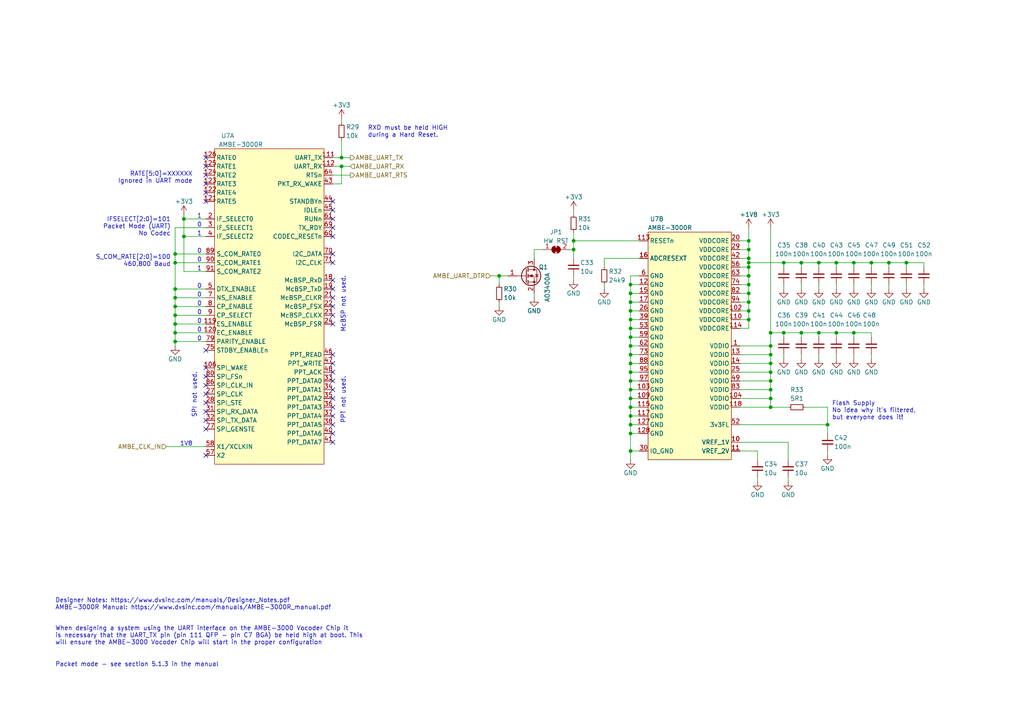
<source format=kicad_sch>
(kicad_sch (version 20231120) (generator "eeschema") (generator_version "8.0")
  (paper "A4")
  (title_block (title "Quad AMBE-3000R Board (AMBE-3000R Vocoder)") (date "2024-02-26") (rev "1.00") (company "M1GEO & G8OCV") (comment 1 "https://github.com/m1geo/Quad-AMBE3000") (comment 2 "https://www.george-smart.co.uk"))
  (lib_symbols
    (symbol "Device:C_Small" (pin_numbers hide) (pin_names (offset 0.254) hide)
      (property "Reference" "C" (at 0.254 1.778 0))
      (property "Value" "C_Small" (at 0.254 -2.032 0))
      (symbol "C_Small_1_1"
        (pin passive line (at 0 2.54 270) (length 2.032) (name "~") (number "1"))
        (pin passive line (at 0 -2.54 90) (length 2.032) (name "~") (number "2"))
      )
    )
    (symbol "Device:R_Small" (pin_numbers hide) (pin_names (offset 0.254) hide)
      (property "Reference" "R" (at 0.762 0.508 0))
      (property "Value" "R_Small" (at 0.762 -1.016 0))
      (symbol "R_Small_1_1"
        (pin passive line (at 0 2.54 270) (length 0.762) (name "~") (number "1"))
        (pin passive line (at 0 -2.54 90) (length 0.762) (name "~") (number "2"))
      )
    )
    (symbol "Jumper:SolderJumper_2_Bridged" (pin_names (offset 0) hide)
      (property "Reference" "JP" (at 0 2.032 0))
      (property "Value" "SolderJumper_2_Bridged" (at 0 -2.54 0))
      (symbol "SolderJumper_2_Bridged_1_1"
        (pin passive line (at -3.81 0 0) (length 2.54) (name "A") (number "1"))
        (pin passive line (at 3.81 0 180) (length 2.54) (name "B") (number "2"))
      )
    )
    (symbol "Transistor_FET:AO3400A" (pin_names hide)
      (property "Reference" "Q" (at 5.08 1.905 0))
      (property "Value" "AO3400A" (at 5.08 0 0))
      (symbol "AO3400A_1_1"
        (pin input line (at -5.08 0 0) (length 2.54) (name "G") (number "1"))
        (pin passive line (at 2.54 -5.08 90) (length 2.54) (name "S") (number "2"))
        (pin passive line (at 2.54 5.08 270) (length 2.54) (name "D") (number "3"))
      )
    )
    (symbol "ambe3k:AMBE-3000R"
      (property "Reference" "U" (at 0 -2.54 0))
      (property "Value" "AMBE-3000R" (at 0 -5.08 0))
      (symbol "AMBE-3000R_1_0"
        (pin passive line (at -35.55 -31.75 0) (length 2.54) hide (name "NC") (number "100"))
        (pin passive line (at -35.55 -31.75 0) (length 2.54) hide (name "NC") (number "100"))
        (pin bidirectional line (at -35.55 -69.85 0) (length 2.54) hide (name "IO_NC") (number "101"))
        (pin bidirectional line (at -35.55 -69.85 0) (length 2.54) hide (name "IO_NC") (number "101"))
        (pin passive line (at -35.55 -34.29 0) (length 2.54) hide (name "NC") (number "105"))
        (pin passive line (at -35.55 -34.29 0) (length 2.54) hide (name "NC") (number "105"))
        (pin input line (at -17.78 -63.5 0) (length 2.54) (name "SPI_WAKE") (number "106"))
        (pin input line (at -17.78 -63.5 0) (length 2.54) (name "SPI_WAKE") (number "106"))
        (pin bidirectional line (at -35.55 -72.39 0) (length 2.54) hide (name "IO_NC") (number "107"))
        (pin bidirectional line (at -35.55 -72.39 0) (length 2.54) hide (name "IO_NC") (number "107"))
        (pin bidirectional line (at -35.55 -74.93 0) (length 2.54) hide (name "IO_NC") (number "108"))
        (pin bidirectional line (at -35.55 -74.93 0) (length 2.54) hide (name "IO_NC") (number "108"))
        (pin output line (at 19.05 -2.54 180) (length 2.54) (name "UART_TX") (number "111"))
        (pin output line (at 19.05 -2.54 180) (length 2.54) (name "UART_TX") (number "111"))
        (pin input line (at 19.05 -5.08 180) (length 2.54) (name "UART_RX") (number "112"))
        (pin input line (at 19.05 -5.08 180) (length 2.54) (name "UART_RX") (number "112"))
        (pin passive line (at -35.55 -36.83 0) (length 2.54) hide (name "NC") (number "116"))
        (pin passive line (at -35.55 -36.83 0) (length 2.54) hide (name "NC") (number "116"))
        (pin input line (at -17.78 -50.8 0) (length 2.54) (name "ES_ENABLE") (number "119"))
        (pin input line (at -17.78 -50.8 0) (length 2.54) (name "ES_ENABLE") (number "119"))
        (pin input line (at -17.78 -53.34 0) (length 2.54) (name "EC_ENABLE") (number "120"))
        (pin input line (at -17.78 -53.34 0) (length 2.54) (name "EC_ENABLE") (number "120"))
        (pin input line (at -17.78 -15.24 0) (length 2.54) (name "RATE5") (number "121"))
        (pin input line (at -17.78 -15.24 0) (length 2.54) (name "RATE5") (number "121"))
        (pin input line (at -17.78 -12.7 0) (length 2.54) (name "RATE4") (number "122"))
        (pin input line (at -17.78 -12.7 0) (length 2.54) (name "RATE4") (number "122"))
        (pin input line (at -17.78 -10.16 0) (length 2.54) (name "RATE3") (number "123"))
        (pin input line (at -17.78 -10.16 0) (length 2.54) (name "RATE3") (number "123"))
        (pin input line (at -17.78 -7.62 0) (length 2.54) (name "RATE2") (number "124"))
        (pin input line (at -17.78 -7.62 0) (length 2.54) (name "RATE2") (number "124"))
        (pin input line (at -17.78 -5.08 0) (length 2.54) (name "RATE1") (number "125"))
        (pin input line (at -17.78 -5.08 0) (length 2.54) (name "RATE1") (number "125"))
        (pin input line (at -17.78 -2.54 0) (length 2.54) (name "RATE0") (number "126"))
        (pin input line (at -17.78 -2.54 0) (length 2.54) (name "RATE0") (number "126"))
        (pin input line (at 19.05 -38.1 180) (length 2.54) (name "McBSP_RxD") (number "18"))
        (pin input line (at 19.05 -38.1 180) (length 2.54) (name "McBSP_RxD") (number "18"))
        (pin output line (at 19.05 -40.64 180) (length 2.54) (name "McBSP_TxD") (number "19"))
        (pin output line (at 19.05 -40.64 180) (length 2.54) (name "McBSP_TxD") (number "19"))
        (pin input line (at -17.78 -20.32 0) (length 2.54) (name "IF_SELECT0") (number "2"))
        (pin input line (at -17.78 -20.32 0) (length 2.54) (name "IF_SELECT0") (number "2"))
        (pin input line (at 19.05 -43.18 180) (length 2.54) (name "McBSP_CLKR") (number "21"))
        (pin input line (at 19.05 -43.18 180) (length 2.54) (name "McBSP_CLKR") (number "21"))
        (pin bidirectional line (at 19.05 -45.72 180) (length 2.54) (name "McBSP_FSX") (number "22"))
        (pin bidirectional line (at 19.05 -45.72 180) (length 2.54) (name "McBSP_FSX") (number "22"))
        (pin bidirectional line (at 19.05 -48.26 180) (length 2.54) (name "McBSP_CLKX") (number "23"))
        (pin bidirectional line (at 19.05 -48.26 180) (length 2.54) (name "McBSP_CLKX") (number "23"))
        (pin input line (at 19.05 -50.8 180) (length 2.54) (name "McBSP_FSR") (number "24"))
        (pin input line (at 19.05 -50.8 180) (length 2.54) (name "McBSP_FSR") (number "24"))
        (pin input line (at -17.78 -71.12 0) (length 2.54) (name "SPI_CLK") (number "27"))
        (pin input line (at -17.78 -71.12 0) (length 2.54) (name "SPI_CLK") (number "27"))
        (pin input line (at -17.78 -73.66 0) (length 2.54) (name "SPI_STE") (number "28"))
        (pin input line (at -17.78 -73.66 0) (length 2.54) (name "SPI_STE") (number "28"))
        (pin input line (at -17.78 -22.86 0) (length 2.54) (name "IF_SELECT1") (number "3"))
        (pin input line (at -17.78 -22.86 0) (length 2.54) (name "IF_SELECT1") (number "3"))
        (pin input line (at -17.78 -76.2 0) (length 2.54) (name "SPI_RX_DATA") (number "31"))
        (pin input line (at -17.78 -76.2 0) (length 2.54) (name "SPI_RX_DATA") (number "31"))
        (pin output line (at -17.78 -78.74 0) (length 2.54) (name "SPI_TX_DATA") (number "32"))
        (pin output line (at -17.78 -78.74 0) (length 2.54) (name "SPI_TX_DATA") (number "32"))
        (pin bidirectional line (at 19.05 -67.31 180) (length 2.54) (name "PPT_DATA0") (number "33"))
        (pin bidirectional line (at 19.05 -67.31 180) (length 2.54) (name "PPT_DATA0") (number "33"))
        (pin bidirectional line (at 19.05 -69.85 180) (length 2.54) (name "PPT_DATA1") (number "34"))
        (pin bidirectional line (at 19.05 -69.85 180) (length 2.54) (name "PPT_DATA1") (number "34"))
        (pin bidirectional line (at 19.05 -72.39 180) (length 2.54) (name "PPT_DATA2") (number "35"))
        (pin bidirectional line (at 19.05 -72.39 180) (length 2.54) (name "PPT_DATA2") (number "35"))
        (pin bidirectional line (at 19.05 -74.93 180) (length 2.54) (name "PPT_DATA3") (number "36"))
        (pin bidirectional line (at 19.05 -74.93 180) (length 2.54) (name "PPT_DATA3") (number "36"))
        (pin bidirectional line (at 19.05 -77.47 180) (length 2.54) (name "PPT_DATA4") (number "37"))
        (pin bidirectional line (at 19.05 -77.47 180) (length 2.54) (name "PPT_DATA4") (number "37"))
        (pin bidirectional line (at 19.05 -80.01 180) (length 2.54) (name "PPT_DATA5") (number "38"))
        (pin bidirectional line (at 19.05 -80.01 180) (length 2.54) (name "PPT_DATA5") (number "38"))
        (pin input line (at -17.78 -25.4 0) (length 2.54) (name "IF_SELECT2") (number "4"))
        (pin input line (at -17.78 -25.4 0) (length 2.54) (name "IF_SELECT2") (number "4"))
        (pin bidirectional line (at 19.05 -82.55 180) (length 2.54) (name "PPT_DATA6") (number "40"))
        (pin bidirectional line (at 19.05 -82.55 180) (length 2.54) (name "PPT_DATA6") (number "40"))
        (pin bidirectional line (at 19.05 -85.09 180) (length 2.54) (name "PPT_DATA7") (number "41"))
        (pin bidirectional line (at 19.05 -85.09 180) (length 2.54) (name "PPT_DATA7") (number "41"))
        (pin input line (at 19.05 -10.16 180) (length 2.54) (name "PKT_RX_WAKE") (number "43"))
        (pin input line (at 19.05 -10.16 180) (length 2.54) (name "PKT_RX_WAKE") (number "43"))
        (pin output line (at 19.05 -15.24 180) (length 2.54) (name "STANDBYn") (number "44"))
        (pin output line (at 19.05 -15.24 180) (length 2.54) (name "STANDBYn") (number "44"))
        (pin output line (at 19.05 -17.78 180) (length 2.54) (name "IDLEn") (number "45"))
        (pin output line (at 19.05 -17.78 180) (length 2.54) (name "IDLEn") (number "45"))
        (pin input line (at 19.05 -59.69 180) (length 2.54) (name "PPT_READ") (number "46"))
        (pin input line (at 19.05 -59.69 180) (length 2.54) (name "PPT_READ") (number "46"))
        (pin input line (at 19.05 -62.23 180) (length 2.54) (name "PPT_WRITE") (number "47"))
        (pin input line (at 19.05 -62.23 180) (length 2.54) (name "PPT_WRITE") (number "47"))
        (pin output line (at 19.05 -64.77 180) (length 2.54) (name "PPT_ACK") (number "48"))
        (pin output line (at 19.05 -64.77 180) (length 2.54) (name "PPT_ACK") (number "48"))
        (pin input line (at -17.78 -40.64 0) (length 2.54) (name "DTX_ENABLE") (number "5"))
        (pin input line (at -17.78 -40.64 0) (length 2.54) (name "DTX_ENABLE") (number "5"))
        (pin passive line (at -35.55 -11.43 0) (length 2.54) hide (name "NC") (number "50"))
        (pin passive line (at -35.55 -11.43 0) (length 2.54) hide (name "NC") (number "50"))
        (pin passive line (at -35.55 -13.97 0) (length 2.54) hide (name "NC") (number "51"))
        (pin bidirectional line (at -35.55 -41.91 0) (length 2.54) hide (name "IO_NC") (number "54"))
        (pin bidirectional line (at -35.55 -41.91 0) (length 2.54) hide (name "IO_NC") (number "54"))
        (pin bidirectional line (at -35.55 -44.45 0) (length 2.54) hide (name "IO_NC") (number "55"))
        (pin bidirectional line (at -35.55 -44.45 0) (length 2.54) hide (name "IO_NC") (number "55"))
        (pin output line (at -17.78 -88.9 0) (length 2.54) (name "X2") (number "57"))
        (pin output line (at -17.78 -88.9 0) (length 2.54) (name "X2") (number "57"))
        (pin input line (at -17.78 -86.36 0) (length 2.54) (name "X1/XCLKIN") (number "58"))
        (pin input line (at -17.78 -86.36 0) (length 2.54) (name "X1/XCLKIN") (number "58"))
        (pin output line (at 19.05 -25.4 180) (length 2.54) (name "CODEC_RESETn") (number "60"))
        (pin output line (at 19.05 -25.4 180) (length 2.54) (name "CODEC_RESETn") (number "60"))
        (pin output line (at 19.05 -20.32 180) (length 2.54) (name "RUNn") (number "61"))
        (pin output line (at 19.05 -20.32 180) (length 2.54) (name "RUNn") (number "61"))
        (pin output line (at 19.05 -7.62 180) (length 2.54) (name "RTSn") (number "64"))
        (pin output line (at 19.05 -7.62 180) (length 2.54) (name "RTSn") (number "64"))
        (pin bidirectional line (at -35.55 -46.99 0) (length 2.54) hide (name "IO_NC") (number "65"))
        (pin bidirectional line (at -35.55 -46.99 0) (length 2.54) hide (name "IO_NC") (number "65"))
        (pin bidirectional line (at -35.55 -49.53 0) (length 2.54) hide (name "IO_NC") (number "66"))
        (pin bidirectional line (at -35.55 -49.53 0) (length 2.54) hide (name "IO_NC") (number "66"))
        (pin bidirectional line (at -35.55 -52.07 0) (length 2.54) hide (name "IO_NC") (number "67"))
        (pin bidirectional line (at -35.55 -52.07 0) (length 2.54) hide (name "IO_NC") (number "67"))
        (pin bidirectional line (at -35.55 -77.47 0) (length 2.54) hide (name "IO_PIN") (number "68"))
        (pin bidirectional line (at -35.55 -77.47 0) (length 2.54) hide (name "IO_PIN") (number "68"))
        (pin output line (at 19.05 -22.86 180) (length 2.54) (name "TX_RDY") (number "69"))
        (pin output line (at 19.05 -22.86 180) (length 2.54) (name "TX_RDY") (number "69"))
        (pin input line (at -17.78 -43.18 0) (length 2.54) (name "NS_ENABLE") (number "7"))
        (pin input line (at -17.78 -43.18 0) (length 2.54) (name "NS_ENABLE") (number "7"))
        (pin output line (at 19.05 -30.48 180) (length 2.54) (name "I2C_DATA") (number "70"))
        (pin output line (at 19.05 -30.48 180) (length 2.54) (name "I2C_DATA") (number "70"))
        (pin output line (at 19.05 -33.02 180) (length 2.54) (name "I2C_CLK") (number "71"))
        (pin output line (at 19.05 -33.02 180) (length 2.54) (name "I2C_CLK") (number "71"))
        (pin bidirectional line (at -35.55 -54.61 0) (length 2.54) hide (name "IO_NC") (number "72"))
        (pin bidirectional line (at -35.55 -54.61 0) (length 2.54) hide (name "IO_NC") (number "72"))
        (pin input line (at -17.78 -58.42 0) (length 2.54) (name "STDBY_ENABLEn") (number "75"))
        (pin input line (at -17.78 -58.42 0) (length 2.54) (name "STDBY_ENABLEn") (number "75"))
        (pin bidirectional line (at -35.55 -57.15 0) (length 2.54) hide (name "IO_NC") (number "76"))
        (pin bidirectional line (at -35.55 -57.15 0) (length 2.54) hide (name "IO_NC") (number "76"))
        (pin output line (at -17.78 -81.28 0) (length 2.54) (name "SPI_GENSTE") (number "77"))
        (pin output line (at -17.78 -81.28 0) (length 2.54) (name "SPI_GENSTE") (number "77"))
        (pin bidirectional line (at -35.55 -59.69 0) (length 2.54) hide (name "IO_NC") (number "78"))
        (pin bidirectional line (at -35.55 -59.69 0) (length 2.54) hide (name "IO_NC") (number "78"))
        (pin input line (at -17.78 -55.88 0) (length 2.54) (name "PARITY_ENABLE") (number "79"))
        (pin input line (at -17.78 -55.88 0) (length 2.54) (name "PARITY_ENABLE") (number "79"))
        (pin input line (at -17.78 -45.72 0) (length 2.54) (name "CP_ENABLE") (number "8"))
        (pin input line (at -17.78 -45.72 0) (length 2.54) (name "CP_ENABLE") (number "8"))
        (pin input line (at -17.78 -66.04 0) (length 2.54) (name "SPI_FSn") (number "80"))
        (pin input line (at -17.78 -66.04 0) (length 2.54) (name "SPI_FSn") (number "80"))
        (pin bidirectional line (at -35.55 -62.23 0) (length 2.54) hide (name "IO_NC") (number "81"))
        (pin bidirectional line (at -35.55 -62.23 0) (length 2.54) hide (name "IO_NC") (number "81"))
        (pin bidirectional line (at -35.55 -64.77 0) (length 2.54) hide (name "IO_NC") (number "84"))
        (pin bidirectional line (at -35.55 -64.77 0) (length 2.54) hide (name "IO_NC") (number "84"))
        (pin bidirectional line (at -35.55 -67.31 0) (length 2.54) hide (name "IO_NC") (number "85"))
        (pin bidirectional line (at -35.55 -67.31 0) (length 2.54) hide (name "IO_NC") (number "85"))
        (pin input line (at -17.78 -68.58 0) (length 2.54) (name "SPI_CLK_IN") (number "86"))
        (pin input line (at -17.78 -68.58 0) (length 2.54) (name "SPI_CLK_IN") (number "86"))
        (pin passive line (at -35.55 -16.51 0) (length 2.54) hide (name "NC") (number "87"))
        (pin passive line (at -35.55 -16.51 0) (length 2.54) hide (name "NC") (number "87"))
        (pin input line (at -17.78 -30.48 0) (length 2.54) (name "S_COM_RATE0") (number "89"))
        (pin input line (at -17.78 -30.48 0) (length 2.54) (name "S_COM_RATE0") (number "89"))
        (pin input line (at -17.78 -48.26 0) (length 2.54) (name "CP_SELECT") (number "9"))
        (pin input line (at -17.78 -48.26 0) (length 2.54) (name "CP_SELECT") (number "9"))
        (pin input line (at -17.78 -33.02 0) (length 2.54) (name "S_COM_RATE1") (number "90"))
        (pin input line (at -17.78 -33.02 0) (length 2.54) (name "S_COM_RATE1") (number "90"))
        (pin input line (at -17.78 -35.56 0) (length 2.54) (name "S_COM_RATE2") (number "91"))
        (pin input line (at -17.78 -35.56 0) (length 2.54) (name "S_COM_RATE2") (number "91"))
        (pin passive line (at -35.55 -19.05 0) (length 2.54) hide (name "NC") (number "92"))
        (pin passive line (at -35.55 -19.05 0) (length 2.54) hide (name "NC") (number "92"))
        (pin passive line (at -35.55 -21.59 0) (length 2.54) hide (name "NC") (number "93"))
        (pin passive line (at -35.55 -21.59 0) (length 2.54) hide (name "NC") (number "93"))
        (pin passive line (at -35.56 -24.13 0) (length 2.54) hide (name "NC") (number "96"))
        (pin passive line (at -35.56 -24.13 0) (length 2.54) hide (name "NC") (number "96"))
        (pin passive line (at -35.55 -26.67 0) (length 2.54) hide (name "NC") (number "98"))
        (pin passive line (at -35.55 -26.67 0) (length 2.54) hide (name "NC") (number "98"))
        (pin passive line (at -35.55 -29.21 0) (length 2.54) hide (name "NC") (number "99"))
        (pin passive line (at -35.55 -29.21 0) (length 2.54) hide (name "NC") (number "99"))
      )
      (symbol "AMBE-3000R_2_0"
        (pin power_in line (at 15.24 -39.37 180) (length 2.54) (name "VDDIO") (number "1"))
        (pin power_out line (at 15.24 -67.31 180) (length 2.54) (name "VREF_1V") (number "10"))
        (pin power_out line (at 15.24 -67.31 180) (length 2.54) (name "VREF_1V") (number "10"))
        (pin power_in line (at 15.24 -29.21 180) (length 2.54) (name "VDDCORE") (number "102"))
        (pin power_in line (at -13.97 -52.07 0) (length 2.54) (name "GND") (number "103"))
        (pin power_in line (at 15.24 -54.61 180) (length 2.54) (name "VDDIO") (number "104"))
        (pin power_in line (at -13.97 -54.61 0) (length 2.54) (name "GND") (number "109"))
        (pin power_out line (at 15.24 -69.85 180) (length 2.54) (name "VREF_2V") (number "11"))
        (pin power_out line (at 15.24 -69.85 180) (length 2.54) (name "VREF_2V") (number "11"))
        (pin power_in line (at 15.24 -31.75 180) (length 2.54) (name "VDDCORE") (number "110"))
        (pin input line (at -13.97 -8.89 0) (length 2.54) (name "RESETn") (number "113"))
        (pin power_in line (at 15.24 -34.29 180) (length 2.54) (name "VDDCORE") (number "114"))
        (pin power_in line (at -13.97 -57.15 0) (length 2.54) (name "GND") (number "115"))
        (pin power_in line (at -13.97 -59.69 0) (length 2.54) (name "GND") (number "117"))
        (pin power_in line (at 15.24 -57.15 180) (length 2.54) (name "VDDIO") (number "118"))
        (pin power_in line (at -13.97 -21.59 0) (length 2.54) (name "GND") (number "12"))
        (pin power_in line (at -13.97 -62.23 0) (length 2.54) (name "GND") (number "127"))
        (pin power_in line (at -13.97 -64.77 0) (length 2.54) (name "GND") (number "128"))
        (pin power_in line (at 15.24 -41.91 180) (length 2.54) (name "VDDIO") (number "13"))
        (pin power_in line (at 15.24 -44.45 180) (length 2.54) (name "VDDIO") (number "14"))
        (pin power_in line (at -13.97 -24.13 0) (length 2.54) (name "GND") (number "15"))
        (pin power_out line (at -13.97 -13.97 0) (length 2.54) (name "ADCRESEXT") (number "16"))
        (pin power_out line (at -13.97 -13.97 0) (length 2.54) (name "ADCRESEXT") (number "16"))
        (pin power_in line (at -13.97 -26.67 0) (length 2.54) (name "GND") (number "17"))
        (pin power_in line (at 15.24 -8.89 180) (length 2.54) (name "VDDCORE") (number "20"))
        (pin power_in line (at 15.24 -46.99 180) (length 2.54) (name "VDDIO") (number "25"))
        (pin power_in line (at -13.97 -29.21 0) (length 2.54) (name "GND") (number "26"))
        (pin power_in line (at 15.24 -11.43 180) (length 2.54) (name "VDDCORE") (number "29"))
        (pin bidirectional line (at -13.97 -69.85 0) (length 2.54) (name "IO_GND") (number "30"))
        (pin power_in line (at -13.97 -31.75 0) (length 2.54) (name "GND") (number "39"))
        (pin power_in line (at 15.24 -13.97 180) (length 2.54) (name "VDDCORE") (number "42"))
        (pin power_in line (at 15.24 -49.53 180) (length 2.54) (name "VDDIO") (number "49"))
        (pin power_in line (at 15.24 -62.23 180) (length 2.54) (name "3v3FL") (number "52"))
        (pin power_in line (at -13.97 -34.29 0) (length 2.54) (name "GND") (number "53"))
        (pin power_in line (at 15.24 -16.51 180) (length 2.54) (name "VDDCORE") (number "56"))
        (pin power_in line (at -13.97 -36.83 0) (length 2.54) (name "GND") (number "59"))
        (pin power_in line (at -13.97 -19.05 0) (length 2.54) (name "GND") (number "6"))
        (pin power_in line (at -13.97 -39.37 0) (length 2.54) (name "GND") (number "62"))
        (pin power_in line (at 15.24 -19.05 180) (length 2.54) (name "VDDCORE") (number "63"))
        (pin power_in line (at -13.97 -41.91 0) (length 2.54) (name "GND") (number "73"))
        (pin power_in line (at 15.24 -21.59 180) (length 2.54) (name "VDDCORE") (number "74"))
        (pin power_in line (at 15.24 -24.13 180) (length 2.54) (name "VDDCORE") (number "82"))
        (pin power_in line (at 15.24 -52.07 180) (length 2.54) (name "VDDIO") (number "83"))
        (pin power_in line (at -13.97 -44.45 0) (length 2.54) (name "GND") (number "88"))
        (pin power_in line (at 15.24 -26.67 180) (length 2.54) (name "VDDCORE") (number "94"))
        (pin power_in line (at -13.97 -46.99 0) (length 2.54) (name "GND") (number "95"))
        (pin power_in line (at -13.97 -49.53 0) (length 2.54) (name "GND") (number "97"))
      )
    )
    (symbol "power:+1V8" (power) (pin_names (offset 0))
      (property "Value" "+1V8" (at 0 3.556 0))
      (symbol "+1V8_1_1"
        (pin power_in line (at 0 0 90) (length 0) hide (name "+1V8") (number "1"))
      )
    )
    (symbol "power:+3V3" (power) (pin_names (offset 0))
      (property "Value" "+3V3" (at 0 3.556 0))
      (symbol "+3V3_1_1"
        (pin power_in line (at 0 0 90) (length 0) hide (name "+3V3") (number "1"))
      )
    )
    (symbol "power:GND" (power) (pin_names (offset 0))
      (property "Value" "GND" (at 0 -3.81 0))
      (symbol "GND_1_1"
        (pin power_in line (at 0 0 270) (length 0) hide (name "GND") (number "1"))
      )
    )
  )
  (junction (at 223.52 110.49))
  (junction (at 223.52 113.03))
  (junction (at 217.17 85.09))
  (junction (at 50.8 96.52))
  (junction (at 247.65 76.2))
  (junction (at 53.34 68.58))
  (junction (at 50.8 76.2))
  (junction (at 182.88 113.03))
  (junction (at 232.41 96.52))
  (junction (at 182.88 100.33))
  (junction (at 217.17 74.93))
  (junction (at 182.88 110.49))
  (junction (at 182.88 105.41))
  (junction (at 247.65 96.52))
  (junction (at 223.52 102.87))
  (junction (at 99.06 45.72))
  (junction (at 166.37 72.39))
  (junction (at 166.37 69.85))
  (junction (at 50.8 93.98))
  (junction (at 217.17 92.71))
  (junction (at 182.88 87.63))
  (junction (at 217.17 87.63))
  (junction (at 232.41 76.2))
  (junction (at 252.73 76.2))
  (junction (at 227.33 96.52))
  (junction (at 223.52 107.95))
  (junction (at 50.8 86.36))
  (junction (at 223.52 105.41))
  (junction (at 217.17 76.2))
  (junction (at 223.52 96.52))
  (junction (at 50.8 88.9))
  (junction (at 223.52 115.57))
  (junction (at 182.88 120.65))
  (junction (at 182.88 92.71))
  (junction (at 227.33 76.2))
  (junction (at 50.8 91.44))
  (junction (at 144.78 80.01))
  (junction (at 242.57 76.2))
  (junction (at 50.8 83.82))
  (junction (at 223.52 118.11))
  (junction (at 217.17 90.17))
  (junction (at 182.88 95.25))
  (junction (at 217.17 82.55))
  (junction (at 217.17 80.01))
  (junction (at 257.81 76.2))
  (junction (at 182.88 125.73))
  (junction (at 182.88 102.87))
  (junction (at 99.06 48.26))
  (junction (at 50.8 73.66))
  (junction (at 237.49 76.2))
  (junction (at 240.03 123.19))
  (junction (at 262.89 76.2))
  (junction (at 182.88 118.11))
  (junction (at 217.17 77.47))
  (junction (at 182.88 90.17))
  (junction (at 182.88 123.19))
  (junction (at 182.88 82.55))
  (junction (at 217.17 69.85))
  (junction (at 223.52 100.33))
  (junction (at 53.34 63.5))
  (junction (at 182.88 115.57))
  (junction (at 182.88 130.81))
  (junction (at 182.88 85.09))
  (junction (at 217.17 72.39))
  (junction (at 182.88 107.95))
  (junction (at 242.57 96.52))
  (junction (at 237.49 96.52))
  (junction (at 182.88 97.79))
  (junction (at 50.8 99.06))
  (no_connect (at 59.69 101.6))
  (no_connect (at 96.52 86.36))
  (no_connect (at 59.69 124.46))
  (no_connect (at 96.52 73.66))
  (no_connect (at 59.69 119.38))
  (no_connect (at 59.69 55.88))
  (no_connect (at 96.52 118.11))
  (no_connect (at 96.52 63.5))
  (no_connect (at 59.69 58.42))
  (no_connect (at 59.69 111.76))
  (no_connect (at 96.52 128.27))
  (no_connect (at 96.52 58.42))
  (no_connect (at 59.69 50.8))
  (no_connect (at 96.52 113.03))
  (no_connect (at 96.52 68.58))
  (no_connect (at 96.52 60.96))
  (no_connect (at 59.69 53.34))
  (no_connect (at 96.52 125.73))
  (no_connect (at 96.52 115.57))
  (no_connect (at 96.52 107.95))
  (no_connect (at 96.52 123.19))
  (no_connect (at 96.52 83.82))
  (no_connect (at 96.52 105.41))
  (no_connect (at 59.69 109.22))
  (no_connect (at 96.52 91.44))
  (no_connect (at 59.69 132.08))
  (no_connect (at 96.52 120.65))
  (no_connect (at 96.52 88.9))
  (no_connect (at 96.52 110.49))
  (no_connect (at 59.69 116.84))
  (no_connect (at 59.69 106.68))
  (no_connect (at 59.69 114.3))
  (no_connect (at 59.69 48.26))
  (no_connect (at 96.52 76.2))
  (no_connect (at 59.69 121.92))
  (no_connect (at 96.52 102.87))
  (no_connect (at 96.52 81.28))
  (no_connect (at 96.52 93.98))
  (no_connect (at 96.52 66.04))
  (no_connect (at 59.69 45.72))
  (wire (pts (xy 242.57 102.87) (xy 242.57 104.14)))
  (wire (pts (xy 223.52 118.11) (xy 228.6 118.11)))
  (wire (pts (xy 166.37 72.39) (xy 166.37 74.93)))
  (wire (pts (xy 217.17 74.93) (xy 214.63 74.93)))
  (wire (pts (xy 182.88 95.25) (xy 182.88 97.79)))
  (wire (pts (xy 217.17 82.55) (xy 217.17 85.09)))
  (wire (pts (xy 242.57 76.2) (xy 242.57 77.47)))
  (wire (pts (xy 99.06 48.26) (xy 101.6 48.26)))
  (wire (pts (xy 182.88 115.57) (xy 182.88 118.11)))
  (wire (pts (xy 175.26 77.47) (xy 175.26 74.93)))
  (wire (pts (xy 50.8 73.66) (xy 50.8 76.2)))
  (wire (pts (xy 214.63 102.87) (xy 223.52 102.87)))
  (wire (pts (xy 262.89 82.55) (xy 262.89 83.82)))
  (wire (pts (xy 182.88 113.03) (xy 182.88 115.57)))
  (wire (pts (xy 252.73 76.2) (xy 257.81 76.2)))
  (wire (pts (xy 217.17 77.47) (xy 214.63 77.47)))
  (wire (pts (xy 182.88 107.95) (xy 182.88 110.49)))
  (wire (pts (xy 237.49 96.52) (xy 237.49 97.79)))
  (wire (pts (xy 240.03 125.73) (xy 240.03 123.19)))
  (wire (pts (xy 96.52 53.34) (xy 99.06 53.34)))
  (wire (pts (xy 223.52 113.03) (xy 223.52 115.57)))
  (wire (pts (xy 182.88 97.79) (xy 185.42 97.79)))
  (wire (pts (xy 96.52 48.26) (xy 99.06 48.26)))
  (wire (pts (xy 182.88 100.33) (xy 185.42 100.33)))
  (wire (pts (xy 217.17 92.71) (xy 217.17 95.25)))
  (wire (pts (xy 219.71 133.35) (xy 219.71 130.81)))
  (wire (pts (xy 182.88 102.87) (xy 185.42 102.87)))
  (wire (pts (xy 228.6 128.27) (xy 214.63 128.27)))
  (wire (pts (xy 217.17 95.25) (xy 214.63 95.25)))
  (wire (pts (xy 217.17 85.09) (xy 217.17 87.63)))
  (wire (pts (xy 237.49 76.2) (xy 237.49 77.47)))
  (wire (pts (xy 59.69 68.58) (xy 53.34 68.58)))
  (wire (pts (xy 219.71 138.43) (xy 219.71 139.7)))
  (wire (pts (xy 175.26 82.55) (xy 175.26 83.82)))
  (wire (pts (xy 182.88 110.49) (xy 182.88 113.03)))
  (wire (pts (xy 228.6 133.35) (xy 228.6 128.27)))
  (wire (pts (xy 223.52 100.33) (xy 223.52 102.87)))
  (wire (pts (xy 252.73 102.87) (xy 252.73 104.14)))
  (wire (pts (xy 142.24 80.01) (xy 144.78 80.01)))
  (wire (pts (xy 99.06 45.72) (xy 101.6 45.72)))
  (wire (pts (xy 182.88 87.63) (xy 185.42 87.63)))
  (wire (pts (xy 217.17 90.17) (xy 217.17 92.71)))
  (wire (pts (xy 247.65 82.55) (xy 247.65 83.82)))
  (wire (pts (xy 182.88 113.03) (xy 185.42 113.03)))
  (wire (pts (xy 182.88 118.11) (xy 185.42 118.11)))
  (wire (pts (xy 227.33 96.52) (xy 227.33 97.79)))
  (wire (pts (xy 50.8 73.66) (xy 59.69 73.66)))
  (wire (pts (xy 257.81 76.2) (xy 262.89 76.2)))
  (wire (pts (xy 247.65 102.87) (xy 247.65 104.14)))
  (wire (pts (xy 50.8 96.52) (xy 50.8 99.06)))
  (wire (pts (xy 242.57 96.52) (xy 242.57 97.79)))
  (wire (pts (xy 50.8 96.52) (xy 59.69 96.52)))
  (wire (pts (xy 217.17 92.71) (xy 214.63 92.71)))
  (wire (pts (xy 182.88 130.81) (xy 182.88 133.35)))
  (wire (pts (xy 182.88 85.09) (xy 182.88 87.63)))
  (wire (pts (xy 252.73 96.52) (xy 252.73 97.79)))
  (wire (pts (xy 50.8 76.2) (xy 50.8 83.82)))
  (wire (pts (xy 267.97 76.2) (xy 267.97 77.47)))
  (wire (pts (xy 232.41 96.52) (xy 237.49 96.52)))
  (wire (pts (xy 242.57 82.55) (xy 242.57 83.82)))
  (wire (pts (xy 59.69 66.04) (xy 50.8 66.04)))
  (wire (pts (xy 182.88 80.01) (xy 185.42 80.01)))
  (wire (pts (xy 96.52 45.72) (xy 99.06 45.72)))
  (wire (pts (xy 50.8 93.98) (xy 50.8 96.52)))
  (wire (pts (xy 227.33 76.2) (xy 232.41 76.2)))
  (wire (pts (xy 154.94 72.39) (xy 157.48 72.39)))
  (wire (pts (xy 217.17 87.63) (xy 214.63 87.63)))
  (wire (pts (xy 166.37 80.01) (xy 166.37 81.28)))
  (wire (pts (xy 257.81 76.2) (xy 257.81 77.47)))
  (wire (pts (xy 214.63 115.57) (xy 223.52 115.57)))
  (wire (pts (xy 257.81 82.55) (xy 257.81 83.82)))
  (wire (pts (xy 223.52 96.52) (xy 223.52 100.33)))
  (wire (pts (xy 247.65 96.52) (xy 252.73 96.52)))
  (wire (pts (xy 50.8 91.44) (xy 59.69 91.44)))
  (wire (pts (xy 182.88 105.41) (xy 182.88 107.95)))
  (wire (pts (xy 223.52 107.95) (xy 223.52 110.49)))
  (wire (pts (xy 50.8 99.06) (xy 59.69 99.06)))
  (wire (pts (xy 267.97 82.55) (xy 267.97 83.82)))
  (wire (pts (xy 182.88 115.57) (xy 185.42 115.57)))
  (wire (pts (xy 53.34 68.58) (xy 53.34 63.5)))
  (wire (pts (xy 182.88 97.79) (xy 182.88 100.33)))
  (wire (pts (xy 50.8 91.44) (xy 50.8 93.98)))
  (wire (pts (xy 262.89 76.2) (xy 267.97 76.2)))
  (wire (pts (xy 214.63 105.41) (xy 223.52 105.41)))
  (wire (pts (xy 154.94 85.09) (xy 154.94 86.36)))
  (wire (pts (xy 166.37 60.96) (xy 166.37 62.23)))
  (wire (pts (xy 182.88 100.33) (xy 182.88 102.87)))
  (wire (pts (xy 59.69 78.74) (xy 53.34 78.74)))
  (wire (pts (xy 252.73 76.2) (xy 252.73 77.47)))
  (wire (pts (xy 99.06 40.64) (xy 99.06 45.72)))
  (wire (pts (xy 50.8 76.2) (xy 59.69 76.2)))
  (wire (pts (xy 182.88 105.41) (xy 185.42 105.41)))
  (wire (pts (xy 147.32 80.01) (xy 144.78 80.01)))
  (wire (pts (xy 237.49 102.87) (xy 237.49 104.14)))
  (wire (pts (xy 50.8 88.9) (xy 50.8 91.44)))
  (wire (pts (xy 232.41 102.87) (xy 232.41 104.14)))
  (wire (pts (xy 228.6 138.43) (xy 228.6 139.7)))
  (wire (pts (xy 217.17 77.47) (xy 217.17 80.01)))
  (wire (pts (xy 53.34 78.74) (xy 53.34 68.58)))
  (wire (pts (xy 175.26 74.93) (xy 185.42 74.93)))
  (wire (pts (xy 182.88 82.55) (xy 185.42 82.55)))
  (wire (pts (xy 223.52 105.41) (xy 223.52 107.95)))
  (wire (pts (xy 166.37 69.85) (xy 185.42 69.85)))
  (wire (pts (xy 182.88 118.11) (xy 182.88 120.65)))
  (wire (pts (xy 217.17 76.2) (xy 227.33 76.2)))
  (wire (pts (xy 144.78 80.01) (xy 144.78 82.55)))
  (wire (pts (xy 247.65 76.2) (xy 252.73 76.2)))
  (wire (pts (xy 182.88 120.65) (xy 185.42 120.65)))
  (wire (pts (xy 240.03 118.11) (xy 233.68 118.11)))
  (wire (pts (xy 182.88 125.73) (xy 185.42 125.73)))
  (wire (pts (xy 182.88 120.65) (xy 182.88 123.19)))
  (wire (pts (xy 227.33 82.55) (xy 227.33 83.82)))
  (wire (pts (xy 223.52 110.49) (xy 223.52 113.03)))
  (wire (pts (xy 262.89 76.2) (xy 262.89 77.47)))
  (wire (pts (xy 227.33 96.52) (xy 232.41 96.52)))
  (wire (pts (xy 252.73 82.55) (xy 252.73 83.82)))
  (wire (pts (xy 154.94 72.39) (xy 154.94 74.93)))
  (wire (pts (xy 50.8 88.9) (xy 59.69 88.9)))
  (wire (pts (xy 232.41 76.2) (xy 237.49 76.2)))
  (wire (pts (xy 166.37 69.85) (xy 166.37 72.39)))
  (wire (pts (xy 182.88 110.49) (xy 185.42 110.49)))
  (wire (pts (xy 48.26 129.54) (xy 59.69 129.54)))
  (wire (pts (xy 214.63 118.11) (xy 223.52 118.11)))
  (wire (pts (xy 166.37 67.31) (xy 166.37 69.85)))
  (wire (pts (xy 182.88 102.87) (xy 182.88 105.41)))
  (wire (pts (xy 53.34 63.5) (xy 59.69 63.5)))
  (wire (pts (xy 227.33 102.87) (xy 227.33 104.14)))
  (wire (pts (xy 50.8 83.82) (xy 59.69 83.82)))
  (wire (pts (xy 214.63 100.33) (xy 223.52 100.33)))
  (wire (pts (xy 240.03 123.19) (xy 240.03 118.11)))
  (wire (pts (xy 50.8 66.04) (xy 50.8 73.66)))
  (wire (pts (xy 50.8 93.98) (xy 59.69 93.98)))
  (wire (pts (xy 182.88 107.95) (xy 185.42 107.95)))
  (wire (pts (xy 182.88 125.73) (xy 182.88 130.81)))
  (wire (pts (xy 99.06 48.26) (xy 99.06 53.34)))
  (wire (pts (xy 182.88 90.17) (xy 182.88 92.71)))
  (wire (pts (xy 214.63 113.03) (xy 223.52 113.03)))
  (wire (pts (xy 214.63 107.95) (xy 223.52 107.95)))
  (wire (pts (xy 247.65 96.52) (xy 247.65 97.79)))
  (wire (pts (xy 242.57 76.2) (xy 247.65 76.2)))
  (wire (pts (xy 227.33 76.2) (xy 227.33 77.47)))
  (wire (pts (xy 237.49 96.52) (xy 242.57 96.52)))
  (wire (pts (xy 50.8 99.06) (xy 50.8 100.33)))
  (wire (pts (xy 217.17 80.01) (xy 214.63 80.01)))
  (wire (pts (xy 165.1 72.39) (xy 166.37 72.39)))
  (wire (pts (xy 223.52 96.52) (xy 227.33 96.52)))
  (wire (pts (xy 223.52 66.04) (xy 223.52 96.52)))
  (wire (pts (xy 50.8 83.82) (xy 50.8 86.36)))
  (wire (pts (xy 217.17 85.09) (xy 214.63 85.09)))
  (wire (pts (xy 217.17 72.39) (xy 214.63 72.39)))
  (wire (pts (xy 232.41 76.2) (xy 232.41 77.47)))
  (wire (pts (xy 240.03 130.81) (xy 240.03 132.08)))
  (wire (pts (xy 217.17 69.85) (xy 214.63 69.85)))
  (wire (pts (xy 182.88 123.19) (xy 182.88 125.73)))
  (wire (pts (xy 182.88 87.63) (xy 182.88 90.17)))
  (wire (pts (xy 237.49 76.2) (xy 242.57 76.2)))
  (wire (pts (xy 217.17 66.04) (xy 217.17 69.85)))
  (wire (pts (xy 217.17 90.17) (xy 214.63 90.17)))
  (wire (pts (xy 144.78 87.63) (xy 144.78 88.9)))
  (wire (pts (xy 182.88 85.09) (xy 185.42 85.09)))
  (wire (pts (xy 50.8 86.36) (xy 59.69 86.36)))
  (wire (pts (xy 182.88 92.71) (xy 182.88 95.25)))
  (wire (pts (xy 223.52 102.87) (xy 223.52 105.41)))
  (wire (pts (xy 96.52 50.8) (xy 101.6 50.8)))
  (wire (pts (xy 99.06 34.29) (xy 99.06 35.56)))
  (wire (pts (xy 182.88 80.01) (xy 182.88 82.55)))
  (wire (pts (xy 182.88 130.81) (xy 185.42 130.81)))
  (wire (pts (xy 182.88 82.55) (xy 182.88 85.09)))
  (wire (pts (xy 50.8 86.36) (xy 50.8 88.9)))
  (wire (pts (xy 247.65 76.2) (xy 247.65 77.47)))
  (wire (pts (xy 217.17 69.85) (xy 217.17 72.39)))
  (wire (pts (xy 182.88 123.19) (xy 185.42 123.19)))
  (wire (pts (xy 223.52 115.57) (xy 223.52 118.11)))
  (wire (pts (xy 217.17 76.2) (xy 217.17 77.47)))
  (wire (pts (xy 237.49 82.55) (xy 237.49 83.82)))
  (wire (pts (xy 214.63 110.49) (xy 223.52 110.49)))
  (wire (pts (xy 232.41 96.52) (xy 232.41 97.79)))
  (wire (pts (xy 53.34 62.23) (xy 53.34 63.5)))
  (wire (pts (xy 219.71 130.81) (xy 214.63 130.81)))
  (wire (pts (xy 232.41 82.55) (xy 232.41 83.82)))
  (wire (pts (xy 242.57 96.52) (xy 247.65 96.52)))
  (wire (pts (xy 182.88 95.25) (xy 185.42 95.25)))
  (wire (pts (xy 217.17 80.01) (xy 217.17 82.55)))
  (wire (pts (xy 182.88 92.71) (xy 185.42 92.71)))
  (wire (pts (xy 217.17 74.93) (xy 217.17 76.2)))
  (wire (pts (xy 182.88 90.17) (xy 185.42 90.17)))
  (wire (pts (xy 217.17 72.39) (xy 217.17 74.93)))
  (wire (pts (xy 214.63 123.19) (xy 240.03 123.19)))
  (wire (pts (xy 217.17 82.55) (xy 214.63 82.55)))
  (wire (pts (xy 217.17 87.63) (xy 217.17 90.17)))
  (text "1V8" (at 55.88 129.54 0) (effects (font (size 1.27 1.27)) (justify right bottom)))
  (text "IFSELECT[2:0]=101\nPacket Mode (UART)\nNo Codec" (at 49.53 68.58 0) (effects (font (size 1.27 1.27)) (justify right bottom)))
  (text "McBSP not used." (at 100.33 80.01 90) (effects (font (size 1.27 1.27)) (justify right bottom)))
  (text "RATE[5:0]=XXXXXX\nIgnored in UART mode" (at 55.88 53.34 0) (effects (font (size 1.27 1.27)) (justify right bottom)))
  (text "0" (at 57.15 91.44 0) (effects (font (size 1.27 1.27)) (justify left bottom)))
  (text "0" (at 57.15 73.66 0) (effects (font (size 1.27 1.27)) (justify left bottom)))
  (text "Packet mode - see section 5.1.3 in the manual" (at 16.002 193.548 0) (effects (font (size 1.27 1.27)) (justify left bottom)))
  (text "0" (at 57.15 88.9 0) (effects (font (size 1.27 1.27)) (justify left bottom)))
  (text "Designer Notes: https://www.dvsinc.com/manuals/Designer_Notes.pdf\nAMBE-3000R Manual: https://www.dvsinc.com/manuals/AMBE-3000R_manual.pdf" (at 16.002 177.038 0) (effects (font (size 1.27 1.27)) (justify left bottom)))
  (text "0" (at 57.15 93.98 0) (effects (font (size 1.27 1.27)) (justify left bottom)))
  (text "0" (at 57.15 99.06 0) (effects (font (size 1.27 1.27)) (justify left bottom)))
  (text "S_COM_RATE[2:0]=100\n460,800 Baud" (at 49.53 77.47 0) (effects (font (size 1.27 1.27)) (justify right bottom)))
  (text "0" (at 57.15 76.2 0) (effects (font (size 1.27 1.27)) (justify left bottom)))
  (text "0" (at 57.15 83.82 0) (effects (font (size 1.27 1.27)) (justify left bottom)))
  (text "0" (at 57.15 96.52 0) (effects (font (size 1.27 1.27)) (justify left bottom)))
  (text "PPT not used." (at 100.33 109.22 90) (effects (font (size 1.27 1.27)) (justify right bottom)))
  (text "1" (at 57.15 63.5 0) (effects (font (size 1.27 1.27)) (justify left bottom)))
  (text "0" (at 57.15 86.36 0) (effects (font (size 1.27 1.27)) (justify left bottom)))
  (text "Flash Supply\nNo idea why it's filtered,\nbut everyone does it!" (at 241.3 121.92 0) (effects (font (size 1.27 1.27)) (justify left bottom)))
  (text "1" (at 57.15 78.74 0) (effects (font (size 1.27 1.27)) (justify left bottom)))
  (text "1" (at 57.15 68.58 0) (effects (font (size 1.27 1.27)) (justify left bottom)))
  (text "SPI not used." (at 57.15 107.95 90) (effects (font (size 1.27 1.27)) (justify right bottom)))
  (text "RXD must be held HIGH\nduring a Hard Reset." (at 106.68 40.005 0) (effects (font (size 1.27 1.27)) (justify left bottom)))
  (text "0" (at 57.15 66.04 0) (effects (font (size 1.27 1.27)) (justify left bottom)))
  (text "When designing a system using the UART interface on the AMBE-3000 Vocoder Chip it\nis necessary that the UART_TX pin (pin 111 QFP - pin C7 BGA) be held high at boot. This\nwill ensure the AMBE-3000 Vocoder Chip will start in the proper configuration" (at 16.002 187.198 0) (effects (font (size 1.27 1.27)) (justify left bottom)))
  (hierarchical_label "AMBE_UART_RX" (shape input) (at 101.6 48.26 0))
  (hierarchical_label "AMBE_UART_DTR" (shape input) (at 142.24 80.01 180))
  (hierarchical_label "AMBE_UART_RTS" (shape output) (at 101.6 50.8 0))
  (hierarchical_label "AMBE_CLK_IN" (shape input) (at 48.26 129.54 180))
  (hierarchical_label "AMBE_UART_TX" (shape output) (at 101.6 45.72 0))
  (symbol (lib_id "power:GND") (at 240.03 132.08 0) (mirror y) (unit 1)
    (property "Reference" "#PWR083" (effects (hide yes)))
    (property "Value" "GND" (at 240.03 135.89 0))
  )
  (symbol (lib_id "Device:C_Small") (at 257.81 80.01 0) (mirror x) (unit 1)
    (property "Reference" "C49" (at 255.905 71.12 0) (effects (justify left)))
    (property "Value" "100n" (at 255.27 73.66 0) (effects (justify left)))
    (property "Footprint" "Capacitor_SMD:C_0603_1608Metric" (effects (hide yes)))
    (property "Datasheet" "https://datasheet.lcsc.com/lcsc/2211101700_YAGEO-CC0603KRX7R9BB104_C14663.pdf" (effects (hide yes)))
    (property "LCSC" "C14663" (effects (hide yes)))
  )
  (symbol (lib_id "ambe3k:AMBE-3000R") (at 199.39 60.96 0) (unit 2)
    (property "Reference" "U7" (at 190.5 63.5 0))
    (property "Value" "AMBE-3000R" (at 194.31 66.04 0))
    (property "Footprint" "Package_QFP:LQFP-128_14x14mm_P0.4mm" (effects (hide yes)))
    (property "Datasheet" "https://www.dvsinc.com/manuals/AMBE-3000R_manual.pdf" (effects (hide yes)))
    (property "LCSC" "DNF" (effects (hide yes)))
  )
  (symbol (lib_id "power:GND") (at 262.89 83.82 0) (unit 1)
    (property "Reference" "#PWR092" (effects (hide yes)))
    (property "Value" "GND" (at 262.89 87.63 0))
  )
  (symbol (lib_id "power:+1V8") (at 217.17 66.04 0) (unit 1)
    (property "Reference" "#PWR073" (effects (hide yes)))
    (property "Value" "+1V8" (at 217.17 62.23 0))
  )
  (symbol (lib_id "Device:R_Small") (at 99.06 38.1 180) (unit 1)
    (property "Reference" "R29" (at 100.33 36.83 0) (effects (justify right)))
    (property "Value" "10k" (at 100.33 39.37 0) (effects (justify right)))
    (property "Footprint" "Resistor_SMD:R_0603_1608Metric" (effects (hide yes)))
    (property "Datasheet" "https://datasheet.lcsc.com/lcsc/2206010045_UNI-ROYAL-Uniroyal-Elec-0603WAF1002T5E_C25804.pdf" (effects (hide yes)))
    (property "LCSC" "C25804" (effects (hide yes)))
  )
  (symbol (lib_id "power:GND") (at 267.97 83.82 0) (unit 1)
    (property "Reference" "#PWR093" (effects (hide yes)))
    (property "Value" "GND" (at 267.97 87.63 0))
  )
  (symbol (lib_id "power:GND") (at 232.41 104.14 0) (unit 1)
    (property "Reference" "#PWR080" (effects (hide yes)))
    (property "Value" "GND" (at 232.41 107.95 0))
  )
  (symbol (lib_id "power:GND") (at 237.49 104.14 0) (unit 1)
    (property "Reference" "#PWR082" (effects (hide yes)))
    (property "Value" "GND" (at 237.49 107.95 0))
  )
  (symbol (lib_id "power:GND") (at 252.73 104.14 0) (unit 1)
    (property "Reference" "#PWR089" (effects (hide yes)))
    (property "Value" "GND" (at 252.73 107.95 0))
  )
  (symbol (lib_id "Device:R_Small") (at 231.14 118.11 270) (unit 1)
    (property "Reference" "R33" (at 231.14 113.03 90))
    (property "Value" "5R1" (at 231.14 115.57 90))
    (property "Footprint" "Resistor_SMD:R_0603_1608Metric" (effects (hide yes)))
    (property "Datasheet" "https://datasheet.lcsc.com/lcsc/2205311845_UNI-ROYAL-Uniroyal-Elec-0603WAF510KT5E_C25197.pdf" (effects (hide yes)))
    (property "LCSC" "C25197" (effects (hide yes)))
  )
  (symbol (lib_id "power:GND") (at 247.65 83.82 0) (unit 1)
    (property "Reference" "#PWR086" (effects (hide yes)))
    (property "Value" "GND" (at 247.65 87.63 0))
  )
  (symbol (lib_id "power:GND") (at 175.26 83.82 0) (mirror y) (unit 1)
    (property "Reference" "#PWR071" (effects (hide yes)))
    (property "Value" "GND" (at 175.26 87.63 0))
  )
  (symbol (lib_id "Device:C_Small") (at 228.6 135.89 180) (unit 1)
    (property "Reference" "C37" (at 230.505 134.62 0) (effects (justify right)))
    (property "Value" "10u" (at 230.505 137.16 0) (effects (justify right)))
    (property "Footprint" "Capacitor_SMD:C_0603_1608Metric" (effects (hide yes)))
    (property "Datasheet" "https://datasheet.lcsc.com/lcsc/2304140030_Samsung-Electro-Mechanics-CL10A106KP8NNNC_C19702.pdf" (effects (hide yes)))
    (property "LCSC" "C19702" (effects (hide yes)))
  )
  (symbol (lib_id "power:GND") (at 247.65 104.14 0) (unit 1)
    (property "Reference" "#PWR087" (effects (hide yes)))
    (property "Value" "GND" (at 247.65 107.95 0))
  )
  (symbol (lib_id "Device:C_Small") (at 237.49 80.01 0) (mirror x) (unit 1)
    (property "Reference" "C40" (at 235.585 71.12 0) (effects (justify left)))
    (property "Value" "100n" (at 234.95 73.66 0) (effects (justify left)))
    (property "Footprint" "Capacitor_SMD:C_0603_1608Metric" (effects (hide yes)))
    (property "Datasheet" "https://datasheet.lcsc.com/lcsc/2211101700_YAGEO-CC0603KRX7R9BB104_C14663.pdf" (effects (hide yes)))
    (property "LCSC" "C14663" (effects (hide yes)))
  )
  (symbol (lib_id "Device:C_Small") (at 240.03 128.27 180) (unit 1)
    (property "Reference" "C42" (at 241.935 127 0) (effects (justify right)))
    (property "Value" "100n" (at 241.935 129.54 0) (effects (justify right)))
    (property "Footprint" "Capacitor_SMD:C_0603_1608Metric" (effects (hide yes)))
    (property "Datasheet" "https://datasheet.lcsc.com/lcsc/2211101700_YAGEO-CC0603KRX7R9BB104_C14663.pdf" (effects (hide yes)))
    (property "LCSC" "C14663" (effects (hide yes)))
  )
  (symbol (lib_id "power:+3V3") (at 166.37 60.96 0) (unit 1)
    (property "Reference" "#PWR069" (effects (hide yes)))
    (property "Value" "+3V3" (at 166.37 57.15 0))
  )
  (symbol (lib_id "power:GND") (at 227.33 104.14 0) (unit 1)
    (property "Reference" "#PWR077" (effects (hide yes)))
    (property "Value" "GND" (at 227.33 107.95 0))
  )
  (symbol (lib_id "Device:C_Small") (at 242.57 80.01 0) (mirror x) (unit 1)
    (property "Reference" "C43" (at 240.665 71.12 0) (effects (justify left)))
    (property "Value" "100n" (at 240.03 73.66 0) (effects (justify left)))
    (property "Footprint" "Capacitor_SMD:C_0603_1608Metric" (effects (hide yes)))
    (property "Datasheet" "https://datasheet.lcsc.com/lcsc/2211101700_YAGEO-CC0603KRX7R9BB104_C14663.pdf" (effects (hide yes)))
    (property "LCSC" "C14663" (effects (hide yes)))
  )
  (symbol (lib_id "Transistor_FET:AO3400A") (at 152.4 80.01 0) (unit 1)
    (property "Reference" "Q1" (at 156.21 77.47 0) (effects (justify left)))
    (property "Value" "AO3400A" (at 158.75 87.63 90) (effects (justify left)))
    (property "Footprint" "Package_TO_SOT_SMD:SOT-23" (effects (hide yes)))
    (property "Datasheet" "https://datasheet.lcsc.com/lcsc/1811081213_Alpha---Omega-Semicon-AO3400A_C20917.pdf" (effects (hide yes)))
    (property "LCSC" "C20917" (effects (hide yes)))
  )
  (symbol (lib_id "Device:C_Small") (at 227.33 80.01 0) (mirror x) (unit 1)
    (property "Reference" "C35" (at 225.425 71.12 0) (effects (justify left)))
    (property "Value" "100n" (at 224.79 73.66 0) (effects (justify left)))
    (property "Footprint" "Capacitor_SMD:C_0603_1608Metric" (effects (hide yes)))
    (property "Datasheet" "https://datasheet.lcsc.com/lcsc/2211101700_YAGEO-CC0603KRX7R9BB104_C14663.pdf" (effects (hide yes)))
    (property "LCSC" "C14663" (effects (hide yes)))
  )
  (symbol (lib_id "power:GND") (at 154.94 86.36 0) (unit 1)
    (property "Reference" "#PWR068" (effects (hide yes)))
    (property "Value" "GND" (at 154.94 90.17 0))
  )
  (symbol (lib_id "power:GND") (at 242.57 83.82 0) (unit 1)
    (property "Reference" "#PWR084" (effects (hide yes)))
    (property "Value" "GND" (at 242.57 87.63 0))
  )
  (symbol (lib_id "power:GND") (at 50.8 100.33 0) (mirror y) (unit 1)
    (property "Reference" "#PWR064" (effects (hide yes)))
    (property "Value" "GND" (at 50.8 104.14 0))
  )
  (symbol (lib_id "power:GND") (at 237.49 83.82 0) (unit 1)
    (property "Reference" "#PWR081" (effects (hide yes)))
    (property "Value" "GND" (at 237.49 87.63 0))
  )
  (symbol (lib_id "Device:R_Small") (at 175.26 80.01 180) (unit 1)
    (property "Reference" "R32" (at 176.53 78.74 0) (effects (justify right)))
    (property "Value" "24k9" (at 176.53 81.28 0) (effects (justify right)))
    (property "Footprint" "Resistor_SMD:R_0603_1608Metric" (effects (hide yes)))
    (property "Datasheet" "https://datasheet.lcsc.com/lcsc/2206010045_UNI-ROYAL-Uniroyal-Elec-0603WAF2492T5E_C25962.pdf" (effects (hide yes)))
    (property "LCSC" "C25962" (effects (hide yes)))
  )
  (symbol (lib_id "power:GND") (at 182.88 133.35 0) (unit 1)
    (property "Reference" "#PWR072" (effects (hide yes)))
    (property "Value" "GND" (at 182.88 137.16 0))
  )
  (symbol (lib_id "power:GND") (at 257.81 83.82 0) (unit 1)
    (property "Reference" "#PWR090" (effects (hide yes)))
    (property "Value" "GND" (at 257.81 87.63 0))
  )
  (symbol (lib_id "power:GND") (at 219.71 139.7 0) (unit 1)
    (property "Reference" "#PWR074" (effects (hide yes)))
    (property "Value" "GND" (at 219.71 143.51 0))
  )
  (symbol (lib_id "ambe3k:AMBE-3000R") (at 77.47 43.18 0) (unit 1)
    (property "Reference" "U7" (at 66.04 39.37 0))
    (property "Value" "AMBE-3000R" (at 69.85 41.91 0))
    (property "Footprint" "Package_QFP:LQFP-128_14x14mm_P0.4mm" (effects (hide yes)))
    (property "Datasheet" "https://www.dvsinc.com/manuals/AMBE-3000R_manual.pdf" (effects (hide yes)))
    (property "LCSC" "DNF" (effects (hide yes)))
  )
  (symbol (lib_id "Device:C_Small") (at 252.73 80.01 0) (mirror x) (unit 1)
    (property "Reference" "C47" (at 250.825 71.12 0) (effects (justify left)))
    (property "Value" "100n" (at 250.19 73.66 0) (effects (justify left)))
    (property "Footprint" "Capacitor_SMD:C_0603_1608Metric" (effects (hide yes)))
    (property "Datasheet" "https://datasheet.lcsc.com/lcsc/2211101700_YAGEO-CC0603KRX7R9BB104_C14663.pdf" (effects (hide yes)))
    (property "LCSC" "C14663" (effects (hide yes)))
  )
  (symbol (lib_id "Device:C_Small") (at 227.33 100.33 0) (mirror x) (unit 1)
    (property "Reference" "C36" (at 225.425 91.44 0) (effects (justify left)))
    (property "Value" "100n" (at 224.79 93.98 0) (effects (justify left)))
    (property "Footprint" "Capacitor_SMD:C_0603_1608Metric" (effects (hide yes)))
    (property "Datasheet" "https://datasheet.lcsc.com/lcsc/2211101700_YAGEO-CC0603KRX7R9BB104_C14663.pdf" (effects (hide yes)))
    (property "LCSC" "C14663" (effects (hide yes)))
  )
  (symbol (lib_id "Device:C_Small") (at 166.37 77.47 180) (unit 1)
    (property "Reference" "C33" (at 168.275 76.2 0) (effects (justify right)))
    (property "Value" "10u" (at 168.275 78.74 0) (effects (justify right)))
    (property "Footprint" "Capacitor_SMD:C_0603_1608Metric" (effects (hide yes)))
    (property "Datasheet" "https://datasheet.lcsc.com/lcsc/2304140030_Samsung-Electro-Mechanics-CL10A106KP8NNNC_C19702.pdf" (effects (hide yes)))
    (property "LCSC" "C19702" (effects (hide yes)))
  )
  (symbol (lib_id "Jumper:SolderJumper_2_Bridged") (at 161.29 72.39 0) (unit 1)
    (property "Reference" "JP1" (at 161.29 67.31 0))
    (property "Value" "HW RST" (at 161.29 69.85 0))
    (property "Footprint" "Jumper:SolderJumper-2_P1.3mm_Open_RoundedPad1.0x1.5mm" (effects (hide yes)))
    (property "LCSC" "DNF" (effects (hide yes)))
  )
  (symbol (lib_id "Device:C_Small") (at 242.57 100.33 0) (mirror x) (unit 1)
    (property "Reference" "C44" (at 240.665 91.44 0) (effects (justify left)))
    (property "Value" "100n" (at 240.03 93.98 0) (effects (justify left)))
    (property "Footprint" "Capacitor_SMD:C_0603_1608Metric" (effects (hide yes)))
    (property "Datasheet" "https://datasheet.lcsc.com/lcsc/2211101700_YAGEO-CC0603KRX7R9BB104_C14663.pdf" (effects (hide yes)))
    (property "LCSC" "C14663" (effects (hide yes)))
  )
  (symbol (lib_id "Device:C_Small") (at 247.65 100.33 0) (mirror x) (unit 1)
    (property "Reference" "C46" (at 245.745 91.44 0) (effects (justify left)))
    (property "Value" "100n" (at 245.11 93.98 0) (effects (justify left)))
    (property "Footprint" "Capacitor_SMD:C_0603_1608Metric" (effects (hide yes)))
    (property "Datasheet" "https://datasheet.lcsc.com/lcsc/2211101700_YAGEO-CC0603KRX7R9BB104_C14663.pdf" (effects (hide yes)))
    (property "LCSC" "C14663" (effects (hide yes)))
  )
  (symbol (lib_id "power:+3V3") (at 99.06 34.29 0) (unit 1)
    (property "Reference" "#PWR066" (effects (hide yes)))
    (property "Value" "+3V3" (at 99.06 30.48 0))
  )
  (symbol (lib_id "Device:C_Small") (at 237.49 100.33 0) (mirror x) (unit 1)
    (property "Reference" "C41" (at 235.585 91.44 0) (effects (justify left)))
    (property "Value" "100n" (at 234.95 93.98 0) (effects (justify left)))
    (property "Footprint" "Capacitor_SMD:C_0603_1608Metric" (effects (hide yes)))
    (property "Datasheet" "https://datasheet.lcsc.com/lcsc/2211101700_YAGEO-CC0603KRX7R9BB104_C14663.pdf" (effects (hide yes)))
    (property "LCSC" "C14663" (effects (hide yes)))
  )
  (symbol (lib_id "power:GND") (at 228.6 139.7 0) (unit 1)
    (property "Reference" "#PWR078" (effects (hide yes)))
    (property "Value" "GND" (at 228.6 143.51 0))
  )
  (symbol (lib_id "Device:C_Small") (at 232.41 100.33 0) (mirror x) (unit 1)
    (property "Reference" "C39" (at 230.505 91.44 0) (effects (justify left)))
    (property "Value" "100n" (at 229.87 93.98 0) (effects (justify left)))
    (property "Footprint" "Capacitor_SMD:C_0603_1608Metric" (effects (hide yes)))
    (property "Datasheet" "https://datasheet.lcsc.com/lcsc/2211101700_YAGEO-CC0603KRX7R9BB104_C14663.pdf" (effects (hide yes)))
    (property "LCSC" "C14663" (effects (hide yes)))
  )
  (symbol (lib_id "Device:C_Small") (at 219.71 135.89 180) (unit 1)
    (property "Reference" "C34" (at 221.615 134.62 0) (effects (justify right)))
    (property "Value" "10u" (at 221.615 137.16 0) (effects (justify right)))
    (property "Footprint" "Capacitor_SMD:C_0603_1608Metric" (effects (hide yes)))
    (property "Datasheet" "https://datasheet.lcsc.com/lcsc/2304140030_Samsung-Electro-Mechanics-CL10A106KP8NNNC_C19702.pdf" (effects (hide yes)))
    (property "LCSC" "C19702" (effects (hide yes)))
  )
  (symbol (lib_id "power:+3V3") (at 223.52 66.04 0) (unit 1)
    (property "Reference" "#PWR075" (effects (hide yes)))
    (property "Value" "+3V3" (at 223.52 62.23 0))
  )
  (symbol (lib_id "Device:C_Small") (at 267.97 80.01 0) (mirror x) (unit 1)
    (property "Reference" "C52" (at 266.065 71.12 0) (effects (justify left)))
    (property "Value" "100n" (at 265.43 73.66 0) (effects (justify left)))
    (property "Footprint" "Capacitor_SMD:C_0603_1608Metric" (effects (hide yes)))
    (property "Datasheet" "https://datasheet.lcsc.com/lcsc/2211101700_YAGEO-CC0603KRX7R9BB104_C14663.pdf" (effects (hide yes)))
    (property "LCSC" "C14663" (effects (hide yes)))
  )
  (symbol (lib_id "Device:C_Small") (at 247.65 80.01 0) (mirror x) (unit 1)
    (property "Reference" "C45" (at 245.745 71.12 0) (effects (justify left)))
    (property "Value" "100n" (at 245.11 73.66 0) (effects (justify left)))
    (property "Footprint" "Capacitor_SMD:C_0603_1608Metric" (effects (hide yes)))
    (property "Datasheet" "https://datasheet.lcsc.com/lcsc/2211101700_YAGEO-CC0603KRX7R9BB104_C14663.pdf" (effects (hide yes)))
    (property "LCSC" "C14663" (effects (hide yes)))
  )
  (symbol (lib_id "power:GND") (at 252.73 83.82 0) (unit 1)
    (property "Reference" "#PWR088" (effects (hide yes)))
    (property "Value" "GND" (at 252.73 87.63 0))
  )
  (symbol (lib_id "Device:C_Small") (at 252.73 100.33 0) (mirror x) (unit 1)
    (property "Reference" "C48" (at 250.19 91.44 0) (effects (justify left)))
    (property "Value" "100n" (at 250.19 93.98 0) (effects (justify left)))
    (property "Footprint" "Capacitor_SMD:C_0603_1608Metric" (effects (hide yes)))
    (property "Datasheet" "https://datasheet.lcsc.com/lcsc/2211101700_YAGEO-CC0603KRX7R9BB104_C14663.pdf" (effects (hide yes)))
    (property "LCSC" "C14663" (effects (hide yes)))
  )
  (symbol (lib_id "Device:C_Small") (at 262.89 80.01 0) (mirror x) (unit 1)
    (property "Reference" "C51" (at 260.985 71.12 0) (effects (justify left)))
    (property "Value" "100n" (at 260.35 73.66 0) (effects (justify left)))
    (property "Footprint" "Capacitor_SMD:C_0603_1608Metric" (effects (hide yes)))
    (property "Datasheet" "https://datasheet.lcsc.com/lcsc/2211101700_YAGEO-CC0603KRX7R9BB104_C14663.pdf" (effects (hide yes)))
    (property "LCSC" "C14663" (effects (hide yes)))
  )
  (symbol (lib_id "power:+3V3") (at 53.34 62.23 0) (unit 1)
    (property "Reference" "#PWR065" (effects (hide yes)))
    (property "Value" "+3V3" (at 53.34 58.42 0))
  )
  (symbol (lib_id "Device:C_Small") (at 232.41 80.01 0) (mirror x) (unit 1)
    (property "Reference" "C38" (at 230.505 71.12 0) (effects (justify left)))
    (property "Value" "100n" (at 229.87 73.66 0) (effects (justify left)))
    (property "Footprint" "Capacitor_SMD:C_0603_1608Metric" (effects (hide yes)))
    (property "Datasheet" "https://datasheet.lcsc.com/lcsc/2211101700_YAGEO-CC0603KRX7R9BB104_C14663.pdf" (effects (hide yes)))
    (property "LCSC" "C14663" (effects (hide yes)))
  )
  (symbol (lib_id "Device:R_Small") (at 144.78 85.09 180) (unit 1)
    (property "Reference" "R30" (at 146.05 83.82 0) (effects (justify right)))
    (property "Value" "10k" (at 146.05 86.36 0) (effects (justify right)))
    (property "Footprint" "Resistor_SMD:R_0603_1608Metric" (effects (hide yes)))
    (property "Datasheet" "https://datasheet.lcsc.com/lcsc/2206010045_UNI-ROYAL-Uniroyal-Elec-0603WAF1002T5E_C25804.pdf" (effects (hide yes)))
    (property "LCSC" "C25804" (effects (hide yes)))
  )
  (symbol (lib_id "Device:R_Small") (at 166.37 64.77 180) (unit 1)
    (property "Reference" "R31" (at 167.64 63.5 0) (effects (justify right)))
    (property "Value" "10k" (at 167.64 66.04 0) (effects (justify right)))
    (property "Footprint" "Resistor_SMD:R_0603_1608Metric" (effects (hide yes)))
    (property "Datasheet" "https://datasheet.lcsc.com/lcsc/2206010045_UNI-ROYAL-Uniroyal-Elec-0603WAF1002T5E_C25804.pdf" (effects (hide yes)))
    (property "LCSC" "C25804" (effects (hide yes)))
  )
  (symbol (lib_id "power:GND") (at 232.41 83.82 0) (unit 1)
    (property "Reference" "#PWR079" (effects (hide yes)))
    (property "Value" "GND" (at 232.41 87.63 0))
  )
  (symbol (lib_id "power:GND") (at 166.37 81.28 0) (unit 1)
    (property "Reference" "#PWR070" (effects (hide yes)))
    (property "Value" "GND" (at 166.37 85.09 0))
  )
  (symbol (lib_id "power:GND") (at 227.33 83.82 0) (unit 1)
    (property "Reference" "#PWR076" (effects (hide yes)))
    (property "Value" "GND" (at 227.33 87.63 0))
  )
  (symbol (lib_id "power:GND") (at 144.78 88.9 0) (mirror y) (unit 1)
    (property "Reference" "#PWR067" (effects (hide yes)))
    (property "Value" "GND" (at 144.78 92.71 0))
  )
  (symbol (lib_id "power:GND") (at 242.57 104.14 0) (unit 1)
    (property "Reference" "#PWR085" (effects (hide yes)))
    (property "Value" "GND" (at 242.57 107.95 0))
  )
)
</source>
